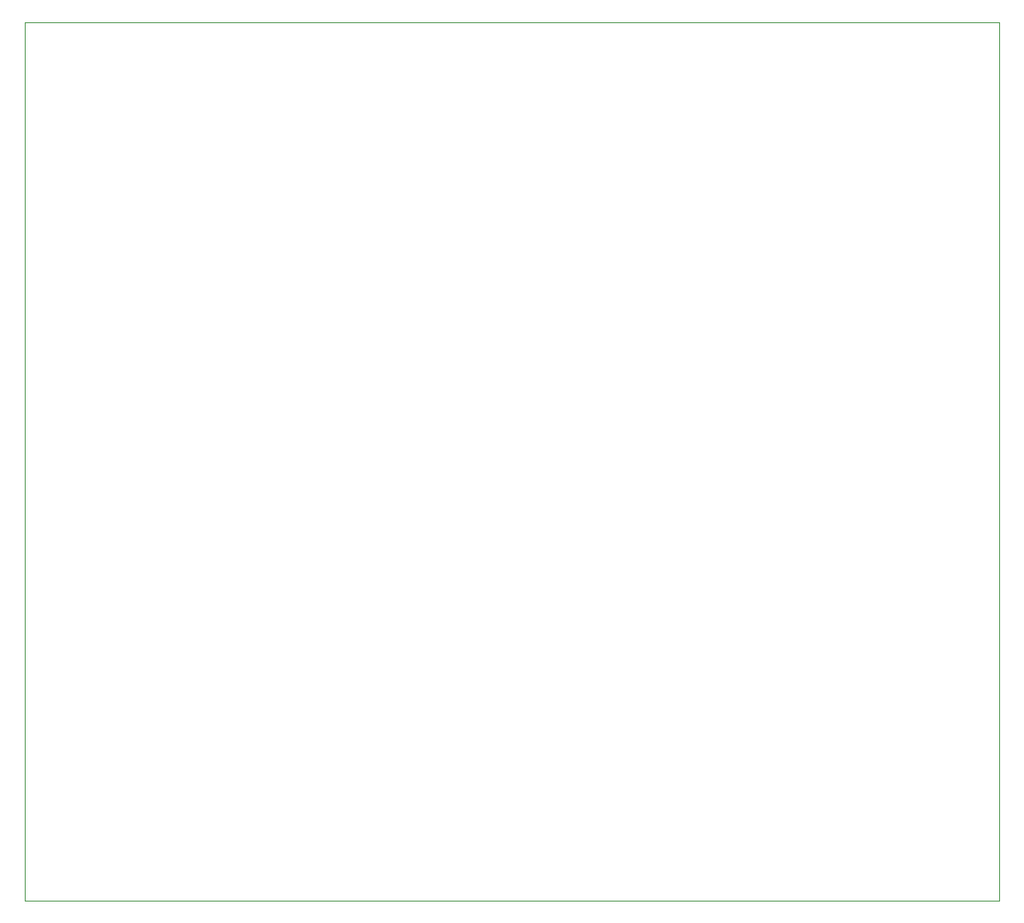
<source format=gm1>
G04 #@! TF.GenerationSoftware,KiCad,Pcbnew,(5.1.4)-1*
G04 #@! TF.CreationDate,2020-06-09T23:50:32+02:00*
G04 #@! TF.ProjectId,ratatech_echo,72617461-7465-4636-985f-6563686f2e6b,1.0*
G04 #@! TF.SameCoordinates,Original*
G04 #@! TF.FileFunction,Profile,NP*
%FSLAX46Y46*%
G04 Gerber Fmt 4.6, Leading zero omitted, Abs format (unit mm)*
G04 Created by KiCad (PCBNEW (5.1.4)-1) date 2020-06-09 23:50:32*
%MOMM*%
%LPD*%
G04 APERTURE LIST*
%ADD10C,0.100000*%
G04 APERTURE END LIST*
D10*
X99148900Y-52451000D02*
X198970900Y-52451000D01*
X99148900Y-142455900D02*
X99148900Y-52451000D01*
X198970900Y-142450820D02*
X99148900Y-142455900D01*
X198970900Y-52451000D02*
X198970900Y-142450820D01*
M02*

</source>
